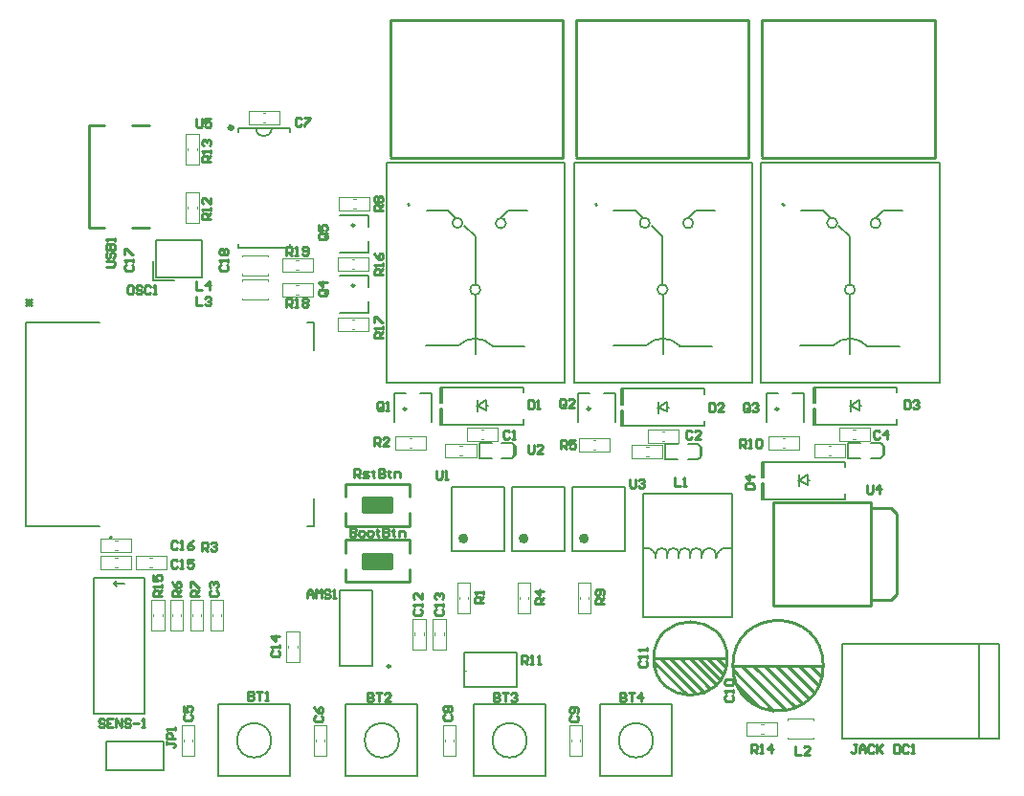
<source format=gto>
G04*
G04 #@! TF.GenerationSoftware,Altium Limited,Altium Designer,21.3.2 (30)*
G04*
G04 Layer_Color=65535*
%FSTAX24Y24*%
%MOIN*%
G70*
G04*
G04 #@! TF.SameCoordinates,4D29D3D3-CB23-4B61-9135-448C7089281F*
G04*
G04*
G04 #@! TF.FilePolarity,Positive*
G04*
G01*
G75*
%ADD10C,0.0098*%
%ADD11C,0.0079*%
%ADD12C,0.0070*%
%ADD13C,0.0100*%
%ADD14C,0.0060*%
%ADD15C,0.0050*%
%ADD16C,0.0150*%
%ADD17C,0.0040*%
%ADD18C,0.0080*%
%ADD19R,0.1000X0.0500*%
G36*
X035705Y033949D02*
Y03371D01*
X03547D01*
Y033949D01*
X035705D01*
D02*
G37*
G36*
X037805D02*
Y03371D01*
X03757D01*
Y033949D01*
X037805D01*
D02*
G37*
G36*
X039905D02*
Y03371D01*
X03967D01*
Y033949D01*
X039905D01*
D02*
G37*
D10*
X046562Y038342D02*
G03*
X046562Y038342I-000049J0D01*
G01*
X04Y03835D02*
G03*
X04Y03835I-000049J0D01*
G01*
X0336Y038342D02*
G03*
X0336Y038342I-000049J0D01*
G01*
X033041Y029381D02*
G03*
X033041Y029381I-000049J0D01*
G01*
X031799Y042649D02*
G03*
X031799Y042649I-000049J0D01*
G01*
Y044749D02*
G03*
X031799Y044749I-000049J0D01*
G01*
D11*
X03993Y033831D02*
G03*
X03993Y033831I-000142J0D01*
G01*
X03783D02*
G03*
X03783Y033831I-000142J0D01*
G01*
X03573D02*
G03*
X03573Y033831I-000142J0D01*
G01*
X02335Y033863D02*
G03*
X02335Y033863I-000039J0D01*
G01*
X049368Y03845D02*
X049447D01*
X049053D02*
X049093D01*
X049368Y038293D02*
Y038647D01*
X049093Y03845D02*
X049368Y038647D01*
X049093Y03845D02*
X049368Y038293D01*
X049093Y038253D02*
Y038647D01*
X047774Y03855D02*
Y0391D01*
X0507D01*
X047774Y03855D02*
X04785D01*
Y0391D01*
Y0378D02*
Y03835D01*
X047774D02*
X04785D01*
X0507Y038913D02*
Y0391D01*
X047774Y0378D02*
Y03835D01*
X0507Y0378D02*
Y037987D01*
X047774Y0378D02*
X0507D01*
X042668Y0384D02*
X042747D01*
X042353D02*
X042393D01*
X042668Y038243D02*
Y038597D01*
X042393Y0384D02*
X042668Y038597D01*
X042393Y0384D02*
X042668Y038243D01*
X042393Y038203D02*
Y038597D01*
X041074Y0385D02*
Y03905D01*
X044D01*
X041074Y0385D02*
X04115D01*
Y03905D01*
Y03775D02*
Y0383D01*
X041074D02*
X04115D01*
X044Y038863D02*
Y03905D01*
X041074Y03775D02*
Y0383D01*
X044Y03775D02*
Y037937D01*
X041074Y03775D02*
X044D01*
X039394Y033378D02*
Y035622D01*
X041206D01*
Y033378D02*
Y035622D01*
X039394Y033378D02*
X041206D01*
X037294D02*
Y035622D01*
X039106D01*
Y033378D02*
Y035622D01*
X037294Y033378D02*
X039106D01*
X035194D02*
Y035622D01*
X037006D01*
Y033378D02*
Y035622D01*
X035194Y033378D02*
X037006D01*
X036368Y03845D02*
X036447D01*
X036053D02*
X036093D01*
X036368Y038293D02*
Y038647D01*
X036093Y03845D02*
X036368Y038647D01*
X036093Y03845D02*
X036368Y038293D01*
X036093Y038253D02*
Y038647D01*
X034774Y03855D02*
Y0391D01*
X0377D01*
X034774Y03855D02*
X03485D01*
Y0391D01*
Y0378D02*
Y03835D01*
X034774D02*
X03485D01*
X0377Y038913D02*
Y0391D01*
X034774Y0378D02*
Y03835D01*
X0377Y0378D02*
Y037987D01*
X034774Y0378D02*
X0377D01*
X047568Y03585D02*
X047647D01*
X047253D02*
X047293D01*
X047568Y035693D02*
Y036047D01*
X047293Y03585D02*
X047568Y036047D01*
X047293Y03585D02*
X047568Y035693D01*
X047293Y035653D02*
Y036047D01*
X045974Y03595D02*
Y0365D01*
X0489D01*
X045974Y03595D02*
X04605D01*
Y0365D01*
Y0352D02*
Y03575D01*
X045974D02*
X04605D01*
X0489Y036313D02*
Y0365D01*
X045974Y0352D02*
Y03575D01*
X0489Y0352D02*
Y035387D01*
X045974Y0352D02*
X0489D01*
X02515Y02575D02*
Y02675D01*
X02315Y02575D02*
X02515D01*
X02315D02*
Y02675D01*
X02515D01*
X031299Y032019D02*
X032401D01*
X031299Y029381D02*
X032401D01*
X031299D02*
Y032019D01*
X032401Y029381D02*
Y032019D01*
D12*
X04475Y0335D02*
G03*
X0444Y03315I0J-00035D01*
G01*
Y03325D02*
G03*
X04415Y0335I-00025J0D01*
G01*
D02*
G03*
X0439Y03325I0J-00025D01*
G01*
Y0333D02*
G03*
X0437Y0335I-0002J0D01*
G01*
D02*
G03*
X0435Y0333I0J-0002D01*
G01*
D02*
G03*
X0433Y0335I-0002J0D01*
G01*
D02*
G03*
X0431Y0333I0J-0002D01*
G01*
D02*
G03*
X0429Y0335I-0002J0D01*
G01*
D02*
G03*
X0427Y0333I0J-0002D01*
G01*
D02*
G03*
X0425Y0335I-0002J0D01*
G01*
D02*
G03*
X0423Y0333I0J-0002D01*
G01*
Y03315D02*
G03*
X04195Y0335I-00035J0D01*
G01*
X042087Y044827D02*
G03*
X042087Y044827I-000178J0D01*
G01*
X043597Y044817D02*
G03*
X043597Y044817I-000178J0D01*
G01*
X042704Y042504D02*
G03*
X042704Y042504I-000178J0D01*
G01*
X043116Y040552D02*
G03*
X041956Y040562I-000585J-000575D01*
G01*
X036591Y040552D02*
G03*
X035431Y040562I-000585J-000575D01*
G01*
X036179Y042504D02*
G03*
X036179Y042504I-000178J0D01*
G01*
X037072Y044817D02*
G03*
X037072Y044817I-000178J0D01*
G01*
X035562Y044827D02*
G03*
X035562Y044827I-000178J0D01*
G01*
X049641Y040552D02*
G03*
X048481Y040562I-000585J-000575D01*
G01*
X049229Y042504D02*
G03*
X049229Y042504I-000178J0D01*
G01*
X050122Y044817D02*
G03*
X050122Y044817I-000178J0D01*
G01*
X048612Y044827D02*
G03*
X048612Y044827I-000178J0D01*
G01*
X04495Y0311D02*
Y0354D01*
X04185D02*
X04495D01*
X04185Y0311D02*
Y0354D01*
Y0311D02*
X04495D01*
X04475Y0335D02*
X04495D01*
X0444Y03315D02*
Y03325D01*
X0439Y03315D02*
Y03325D01*
Y03315D02*
Y0333D01*
X0435Y03315D02*
Y0333D01*
Y03315D02*
Y0333D01*
X0431Y03315D02*
Y0333D01*
Y03315D02*
Y0333D01*
X0427Y03315D02*
Y0333D01*
Y03315D02*
Y0333D01*
X0423Y03315D02*
Y0333D01*
X04185Y0335D02*
X04195D01*
X05355Y02685D02*
Y03015D01*
X0488D02*
X05425D01*
X0488Y02685D02*
X05425D01*
X0488D02*
Y03015D01*
X05425Y02685D02*
Y03015D01*
X042137Y044735D02*
X042527Y044345D01*
X043419Y044995D02*
X043689Y045265D01*
X044349D01*
X041589D02*
X041849Y045005D01*
X040829Y045265D02*
X041589D01*
X042536Y040259D02*
Y042302D01*
X042526Y042702D02*
Y044345D01*
X043126Y040542D02*
X044256D01*
X040806Y040552D02*
X041946D01*
X039437Y039275D02*
Y046909D01*
X045643Y039275D02*
Y046909D01*
X039437Y039275D02*
X045643D01*
X039437Y046909D02*
X045643D01*
X032912D02*
X039118D01*
X032912Y039275D02*
X039118D01*
Y046909D01*
X032912Y039275D02*
Y046909D01*
X034281Y040552D02*
X035421D01*
X036601Y040542D02*
X037731D01*
X036001Y042702D02*
Y044345D01*
X036011Y040259D02*
Y042302D01*
X034304Y045265D02*
X035064D01*
X035324Y045005D01*
X037164Y045265D02*
X037824D01*
X036894Y044995D02*
X037164Y045265D01*
X035612Y044735D02*
X036002Y044345D01*
X045962Y046909D02*
X052168D01*
X045962Y039275D02*
X052168D01*
Y046909D01*
X045962Y039275D02*
Y046909D01*
X047331Y040552D02*
X048471D01*
X049651Y040542D02*
X050781D01*
X049051Y042702D02*
Y044345D01*
X049061Y040259D02*
Y042302D01*
X047354Y045265D02*
X048114D01*
X048374Y045005D01*
X050214Y045265D02*
X050874D01*
X049944Y044995D02*
X050214Y045265D01*
X048662Y044735D02*
X049052Y044345D01*
D13*
X048125Y0294D02*
G03*
X048125Y0294I-001575J0D01*
G01*
X04478Y02965D02*
G03*
X04478Y02965I-00128J0D01*
G01*
X022539Y048234D02*
X023082D01*
X022539Y044668D02*
Y048234D01*
X024044D02*
X024656D01*
X022539Y044668D02*
X023079D01*
X024047D02*
X024654D01*
X0498Y0349D02*
X0505D01*
X0507Y0347D01*
Y0319D02*
Y0347D01*
X0505Y0317D02*
X0507Y0319D01*
X0498Y0317D02*
X0505D01*
X0464Y0315D02*
Y0351D01*
Y0315D02*
X0498D01*
Y0351D01*
X0464D02*
X0498D01*
X044975Y0294D02*
X048125D01*
X04759D02*
X04767D01*
X04805Y02902D01*
X04706Y0294D02*
X04729D01*
X04795Y02874D01*
X04677Y0294D02*
X04689D01*
X0478Y02849D01*
X04632Y0294D02*
X0465D01*
X04763Y02827D01*
X04601Y0294D02*
X04609D01*
X0474Y02809D01*
X04569Y0294D02*
X04714Y02795D01*
X04529Y0294D02*
X04682Y02787D01*
X04498Y02925D02*
Y02938D01*
Y02925D02*
X0464Y02783D01*
X04515Y0287D02*
Y02872D01*
Y0287D02*
X04586Y02799D01*
X04224Y02965D02*
X04475D01*
X04434D02*
X04444D01*
X04433D02*
X04442D01*
X04472Y02935D01*
X04408Y02965D02*
X0441D01*
X04463Y02912D01*
X04372Y02965D02*
X04378D01*
X04452Y02891D01*
X04344Y02965D02*
X04347D01*
X04437Y02875D01*
X04312Y02965D02*
X04314D01*
X04419Y0286D01*
X04275Y02965D02*
X04279D01*
X04397Y02847D01*
X04246Y02965D02*
X0437Y02841D01*
X04222Y02954D02*
Y02968D01*
Y02954D02*
X04337Y02839D01*
X03371Y03232D02*
Y03277D01*
Y03333D02*
Y03378D01*
X0321Y0328D02*
Y0333D01*
Y0328D02*
X0331D01*
Y0333D01*
X0321D02*
X0331D01*
X03149Y03378D02*
X03371D01*
X03149Y03232D02*
X03371D01*
X03149D02*
Y03277D01*
Y03333D02*
Y03378D01*
Y03528D02*
Y03573D01*
Y03427D02*
Y03472D01*
Y03427D02*
X03371D01*
X03149Y03573D02*
X03371D01*
X0321Y03525D02*
X0331D01*
Y03475D02*
Y03525D01*
X0321Y03475D02*
X0331D01*
X0321D02*
Y03525D01*
X03371Y03528D02*
Y03573D01*
Y03427D02*
Y03472D01*
X040169Y045489D02*
X040212Y045445D01*
X033644Y045489D02*
X033687Y045445D01*
X033045Y0519D02*
X03905D01*
X033045Y0471D02*
X03905D01*
X033045Y04715D02*
Y0519D01*
X03905Y0471D02*
Y0519D01*
X039523D02*
X045528D01*
X039523Y0471D02*
X045528D01*
X039523Y04715D02*
Y0519D01*
X045528Y0471D02*
Y0519D01*
X046694Y045489D02*
X046737Y045445D01*
X046Y0519D02*
X052005D01*
X046Y0471D02*
X052005D01*
X046Y04715D02*
Y0519D01*
X052005Y0471D02*
Y0519D01*
X0325Y03705D02*
Y03735D01*
X03265D01*
X0327Y0373D01*
Y0372D01*
X03265Y03715D01*
X0325D01*
X0326D02*
X0327Y03705D01*
X033D02*
X0328D01*
X033Y03725D01*
Y0373D01*
X03295Y03735D01*
X03285D01*
X0328Y0373D01*
X02315Y0433D02*
X0234D01*
X02345Y04335D01*
Y04345D01*
X0234Y0435D01*
X02315D01*
X0232Y0438D02*
X02315Y04375D01*
Y04365D01*
X0232Y0436D01*
X02325D01*
X0233Y04365D01*
Y04375D01*
X02335Y0438D01*
X0234D01*
X02345Y04375D01*
Y04365D01*
X0234Y0436D01*
X02315Y0439D02*
X02345D01*
Y04405D01*
X0234Y0441D01*
X02335D01*
X0233Y04405D01*
Y0439D01*
Y04405D01*
X02325Y0441D01*
X0232D01*
X02315Y04405D01*
Y0439D01*
X02345Y0442D02*
Y0443D01*
Y04425D01*
X02315D01*
X0232Y0442D01*
X02405Y04265D02*
X02395D01*
X0239Y0426D01*
Y0424D01*
X02395Y04235D01*
X02405D01*
X0241Y0424D01*
Y0426D01*
X02405Y04265D01*
X0244Y0426D02*
X02435Y04265D01*
X02425D01*
X0242Y0426D01*
Y04255D01*
X02425Y0425D01*
X02435D01*
X0244Y04245D01*
Y0424D01*
X02435Y04235D01*
X02425D01*
X0242Y0424D01*
X0247Y0426D02*
X02465Y04265D01*
X02455D01*
X0245Y0426D01*
Y0424D01*
X02455Y04235D01*
X02465D01*
X0247Y0424D01*
X0248Y04235D02*
X0249D01*
X02485D01*
Y04265D01*
X0248Y0426D01*
X0263Y04845D02*
Y0482D01*
X02635Y04815D01*
X02645D01*
X0265Y0482D01*
Y04845D01*
X0268D02*
X0266D01*
Y0483D01*
X0267Y04835D01*
X02675D01*
X0268Y0483D01*
Y0482D01*
X02675Y04815D01*
X02665D01*
X0266Y0482D01*
X029425Y0437D02*
Y044D01*
X029575D01*
X029625Y04395D01*
Y04385D01*
X029575Y0438D01*
X029425D01*
X029525D02*
X029625Y0437D01*
X029725D02*
X029825D01*
X029775D01*
Y044D01*
X029725Y04395D01*
X029975Y04375D02*
X030025Y0437D01*
X030125D01*
X030175Y04375D01*
Y04395D01*
X030125Y044D01*
X030025D01*
X029975Y04395D01*
Y0439D01*
X030025Y04385D01*
X030175D01*
X029425Y0419D02*
Y0422D01*
X029575D01*
X029625Y04215D01*
Y04205D01*
X029575Y042D01*
X029425D01*
X029525D02*
X029625Y0419D01*
X029725D02*
X029825D01*
X029775D01*
Y0422D01*
X029725Y04215D01*
X029975D02*
X030025Y0422D01*
X030125D01*
X030175Y04215D01*
Y0421D01*
X030125Y04205D01*
X030175Y042D01*
Y04195D01*
X030125Y0419D01*
X030025D01*
X029975Y04195D01*
Y042D01*
X030025Y04205D01*
X029975Y0421D01*
Y04215D01*
X030025Y04205D02*
X030125D01*
X0328Y040825D02*
X0325D01*
Y040975D01*
X03255Y041025D01*
X03265D01*
X0327Y040975D01*
Y040825D01*
Y040925D02*
X0328Y041025D01*
Y041125D02*
Y041225D01*
Y041175D01*
X0325D01*
X03255Y041125D01*
X0325Y041375D02*
Y041575D01*
X03255D01*
X03275Y041375D01*
X0328D01*
Y043025D02*
X0325D01*
Y043175D01*
X03255Y043225D01*
X03265D01*
X0327Y043175D01*
Y043025D01*
Y043125D02*
X0328Y043225D01*
Y043325D02*
Y043425D01*
Y043375D01*
X0325D01*
X03255Y043325D01*
X0325Y043775D02*
X03255Y043675D01*
X03265Y043575D01*
X03275D01*
X0328Y043625D01*
Y043725D01*
X03275Y043775D01*
X0327D01*
X03265Y043725D01*
Y043575D01*
X0308Y04445D02*
X0306D01*
X03055Y0444D01*
Y0443D01*
X0306Y04425D01*
X0308D01*
X03085Y0443D01*
Y0444D01*
X03075Y04435D02*
X03085Y04445D01*
Y0444D02*
X0308Y04445D01*
X03055Y04475D02*
Y04455D01*
X0307D01*
X03065Y04465D01*
Y0447D01*
X0307Y04475D01*
X0308D01*
X03085Y0447D01*
Y0446D01*
X0308Y04455D01*
Y0425D02*
X0306D01*
X03055Y04245D01*
Y04235D01*
X0306Y0423D01*
X0308D01*
X03085Y04235D01*
Y04245D01*
X03075Y0424D02*
X03085Y0425D01*
Y04245D02*
X0308Y0425D01*
X03085Y04275D02*
X03055D01*
X0307Y0426D01*
Y0428D01*
X0263Y0428D02*
Y0425D01*
X0265D01*
X02675D02*
Y0428D01*
X0266Y04265D01*
X0268D01*
X0263Y04225D02*
Y04195D01*
X0265D01*
X0266Y0422D02*
X02665Y04225D01*
X02675D01*
X0268Y0422D01*
Y04215D01*
X02675Y0421D01*
X0267D01*
X02675D01*
X0268Y04205D01*
Y042D01*
X02675Y04195D01*
X02665D01*
X0266Y042D01*
X02715Y043375D02*
X0271Y043325D01*
Y043225D01*
X02715Y043175D01*
X02735D01*
X0274Y043225D01*
Y043325D01*
X02735Y043375D01*
X0274Y043475D02*
Y043575D01*
Y043525D01*
X0271D01*
X02715Y043475D01*
Y043725D02*
X0271Y043775D01*
Y043875D01*
X02715Y043925D01*
X0272D01*
X02725Y043875D01*
X0273Y043925D01*
X02735D01*
X0274Y043875D01*
Y043775D01*
X02735Y043725D01*
X0273D01*
X02725Y043775D01*
X0272Y043725D01*
X02715D01*
X02725Y043775D02*
Y043875D01*
X02385Y043375D02*
X0238Y043325D01*
Y043225D01*
X02385Y043175D01*
X02405D01*
X0241Y043225D01*
Y043325D01*
X02405Y043375D01*
X0241Y043475D02*
Y043575D01*
Y043525D01*
X0238D01*
X02385Y043475D01*
X0238Y043725D02*
Y043925D01*
X02385D01*
X02405Y043725D01*
X0241D01*
X0251Y031825D02*
X0248D01*
Y031975D01*
X02485Y032025D01*
X02495D01*
X025Y031975D01*
Y031825D01*
Y031925D02*
X0251Y032025D01*
Y032125D02*
Y032225D01*
Y032175D01*
X0248D01*
X02485Y032125D01*
X0248Y032575D02*
Y032375D01*
X02495D01*
X0249Y032475D01*
Y032525D01*
X02495Y032575D01*
X02505D01*
X0251Y032525D01*
Y032425D01*
X02505Y032375D01*
X04965Y0357D02*
Y03545D01*
X0497Y0354D01*
X0498D01*
X04985Y03545D01*
Y0357D01*
X0501Y0354D02*
Y0357D01*
X04995Y03555D01*
X05015D01*
X0414Y0359D02*
Y03565D01*
X04145Y0356D01*
X04155D01*
X0416Y03565D01*
Y0359D01*
X0417Y03585D02*
X04175Y0359D01*
X04185D01*
X0419Y03585D01*
Y0358D01*
X04185Y03575D01*
X0418D01*
X04185D01*
X0419Y0357D01*
Y03565D01*
X04185Y0356D01*
X04175D01*
X0417Y03565D01*
X03785Y0371D02*
Y03685D01*
X0379Y0368D01*
X038D01*
X03805Y03685D01*
Y0371D01*
X03835Y0368D02*
X03815D01*
X03835Y037D01*
Y03705D01*
X0383Y0371D01*
X0382D01*
X03815Y03705D01*
X03465Y0362D02*
Y03595D01*
X0347Y0359D01*
X0348D01*
X03485Y03595D01*
Y0362D01*
X03495Y0359D02*
X03505D01*
X035D01*
Y0362D01*
X03495Y03615D01*
X0231Y0275D02*
X02305Y02755D01*
X02295D01*
X0229Y0275D01*
Y02745D01*
X02295Y0274D01*
X02305D01*
X0231Y02735D01*
Y0273D01*
X02305Y02725D01*
X02295D01*
X0229Y0273D01*
X0234Y02755D02*
X0232D01*
Y02725D01*
X0234D01*
X0232Y0274D02*
X0233D01*
X0235Y02725D02*
Y02755D01*
X0237Y02725D01*
Y02755D01*
X024Y0275D02*
X02395Y02755D01*
X02385D01*
X0238Y0275D01*
Y02745D01*
X02385Y0274D01*
X02395D01*
X024Y02735D01*
Y0273D01*
X02395Y02725D01*
X02385D01*
X0238Y0273D01*
X0241Y0274D02*
X0243D01*
X0244Y02725D02*
X0245D01*
X02445D01*
Y02755D01*
X0244Y0275D01*
X0318Y03595D02*
Y03625D01*
X03195D01*
X032Y0362D01*
Y0361D01*
X03195Y03605D01*
X0318D01*
X0319D02*
X032Y03595D01*
X0321D02*
X03225D01*
X0323Y036D01*
X03225Y03605D01*
X03215D01*
X0321Y0361D01*
X03215Y03615D01*
X0323D01*
X03245Y0362D02*
Y03615D01*
X0324D01*
X0325D01*
X03245D01*
Y036D01*
X0325Y03595D01*
X03265Y03625D02*
Y03595D01*
X0328D01*
X03285Y036D01*
Y03605D01*
X0328Y0361D01*
X03265D01*
X0328D01*
X03285Y03615D01*
Y0362D01*
X0328Y03625D01*
X03265D01*
X033Y0362D02*
Y03615D01*
X03295D01*
X03305D01*
X033D01*
Y036D01*
X03305Y03595D01*
X0332D02*
Y03615D01*
X03335D01*
X0334Y0361D01*
Y03595D01*
X045625Y02635D02*
Y02665D01*
X045775D01*
X045825Y0266D01*
Y0265D01*
X045775Y02645D01*
X045625D01*
X045725D02*
X045825Y02635D01*
X045925D02*
X046025D01*
X045975D01*
Y02665D01*
X045925Y0266D01*
X046325Y02635D02*
Y02665D01*
X046175Y0265D01*
X046375D01*
X0268Y046975D02*
X0265D01*
Y047125D01*
X02655Y047175D01*
X02665D01*
X0267Y047125D01*
Y046975D01*
Y047075D02*
X0268Y047175D01*
Y047275D02*
Y047375D01*
Y047325D01*
X0265D01*
X02655Y047275D01*
Y047525D02*
X0265Y047575D01*
Y047675D01*
X02655Y047725D01*
X0266D01*
X02665Y047675D01*
Y047625D01*
Y047675D01*
X0267Y047725D01*
X02675D01*
X0268Y047675D01*
Y047575D01*
X02675Y047525D01*
X026775Y04495D02*
X026475D01*
Y0451D01*
X026525Y04515D01*
X026625D01*
X026675Y0451D01*
Y04495D01*
Y04505D02*
X026775Y04515D01*
Y04525D02*
Y04535D01*
Y0453D01*
X026475D01*
X026525Y04525D01*
X026775Y0457D02*
Y0455D01*
X026575Y0457D01*
X026525D01*
X026475Y04565D01*
Y04555D01*
X026525Y0455D01*
X037625Y02945D02*
Y02975D01*
X037775D01*
X037825Y0297D01*
Y0296D01*
X037775Y02955D01*
X037625D01*
X037725D02*
X037825Y02945D01*
X037925D02*
X038025D01*
X037975D01*
Y02975D01*
X037925Y0297D01*
X038175Y02945D02*
X038275D01*
X038225D01*
Y02975D01*
X038175Y0297D01*
X045225Y037D02*
Y0373D01*
X045375D01*
X045425Y03725D01*
Y03715D01*
X045375Y0371D01*
X045225D01*
X045325D02*
X045425Y037D01*
X045525D02*
X045625D01*
X045575D01*
Y0373D01*
X045525Y03725D01*
X045775D02*
X045825Y0373D01*
X045925D01*
X045975Y03725D01*
Y03705D01*
X045925Y037D01*
X045825D01*
X045775Y03705D01*
Y03725D01*
X0405Y03155D02*
X0402D01*
Y0317D01*
X04025Y03175D01*
X04035D01*
X0404Y0317D01*
Y03155D01*
Y03165D02*
X0405Y03175D01*
X04045Y03185D02*
X0405Y0319D01*
Y032D01*
X04045Y03205D01*
X04025D01*
X0402Y032D01*
Y0319D01*
X04025Y03185D01*
X0403D01*
X04035Y0319D01*
Y03205D01*
X03277Y045252D02*
X03247D01*
Y045402D01*
X03252Y045452D01*
X03262D01*
X03267Y045402D01*
Y045252D01*
Y045352D02*
X03277Y045452D01*
X03252Y045552D02*
X03247Y045602D01*
Y045702D01*
X03252Y045752D01*
X03257D01*
X03262Y045702D01*
X03267Y045752D01*
X03272D01*
X03277Y045702D01*
Y045602D01*
X03272Y045552D01*
X03267D01*
X03262Y045602D01*
X03257Y045552D01*
X03252D01*
X03262Y045602D02*
Y045702D01*
X0264Y031825D02*
X0261D01*
Y031975D01*
X02615Y032025D01*
X02625D01*
X0263Y031975D01*
Y031825D01*
Y031925D02*
X0264Y032025D01*
X0261Y032125D02*
Y032325D01*
X02615D01*
X02635Y032125D01*
X0264D01*
X02575Y031825D02*
X02545D01*
Y031975D01*
X0255Y032025D01*
X0256D01*
X02565Y031975D01*
Y031825D01*
Y031925D02*
X02575Y032025D01*
X02545Y032325D02*
X0255Y032225D01*
X0256Y032125D01*
X0257D01*
X02575Y032175D01*
Y032275D01*
X0257Y032325D01*
X02565D01*
X0256Y032275D01*
Y032125D01*
X039Y03695D02*
Y03725D01*
X03915D01*
X0392Y0372D01*
Y0371D01*
X03915Y03705D01*
X039D01*
X0391D02*
X0392Y03695D01*
X0395Y03725D02*
X0393D01*
Y0371D01*
X0394Y03715D01*
X03945D01*
X0395Y0371D01*
Y037D01*
X03945Y03695D01*
X03935D01*
X0393Y037D01*
X0384Y03155D02*
X0381D01*
Y0317D01*
X03815Y03175D01*
X03825D01*
X0383Y0317D01*
Y03155D01*
Y03165D02*
X0384Y03175D01*
Y032D02*
X0381D01*
X03825Y03185D01*
Y03205D01*
X0265Y0334D02*
Y0337D01*
X02665D01*
X0267Y03365D01*
Y03355D01*
X02665Y0335D01*
X0265D01*
X0266D02*
X0267Y0334D01*
X0268Y03365D02*
X02685Y0337D01*
X02695D01*
X027Y03365D01*
Y0336D01*
X02695Y03355D01*
X0269D01*
X02695D01*
X027Y0335D01*
Y03345D01*
X02695Y0334D01*
X02685D01*
X0268Y03345D01*
X0363Y0316D02*
X036D01*
Y03175D01*
X03605Y0318D01*
X03615D01*
X0362Y03175D01*
Y0316D01*
Y0317D02*
X0363Y0318D01*
Y0319D02*
Y032D01*
Y03195D01*
X036D01*
X03605Y0319D01*
X04555Y0383D02*
Y0385D01*
X0455Y03855D01*
X0454D01*
X04535Y0385D01*
Y0383D01*
X0454Y03825D01*
X0455D01*
X04545Y03835D02*
X04555Y03825D01*
X0455D02*
X04555Y0383D01*
X04565Y0385D02*
X0457Y03855D01*
X0458D01*
X04585Y0385D01*
Y03845D01*
X0458Y0384D01*
X04575D01*
X0458D01*
X04585Y03835D01*
Y0383D01*
X0458Y03825D01*
X0457D01*
X04565Y0383D01*
X03915Y03845D02*
Y03865D01*
X0391Y0387D01*
X039D01*
X03895Y03865D01*
Y03845D01*
X039Y0384D01*
X0391D01*
X03905Y0385D02*
X03915Y0384D01*
X0391D02*
X03915Y03845D01*
X03945Y0384D02*
X03925D01*
X03945Y0386D01*
Y03865D01*
X0394Y0387D01*
X0393D01*
X03925Y03865D01*
X0328Y03835D02*
Y03855D01*
X03275Y0386D01*
X03265D01*
X0326Y03855D01*
Y03835D01*
X03265Y0383D01*
X03275D01*
X0327Y0384D02*
X0328Y0383D01*
X03275D02*
X0328Y03835D01*
X0329Y0383D02*
X033D01*
X03295D01*
Y0386D01*
X0329Y03855D01*
X04715Y0266D02*
Y0263D01*
X04735D01*
X04765D02*
X04745D01*
X04765Y0265D01*
Y02655D01*
X0476Y0266D01*
X0475D01*
X04745Y02655D01*
X04295Y03595D02*
Y03565D01*
X04315D01*
X04325D02*
X04335D01*
X0433D01*
Y03595D01*
X04325Y0359D01*
X02525Y02675D02*
Y02665D01*
Y0267D01*
X0255D01*
X02555Y02665D01*
Y0266D01*
X0255Y02655D01*
X02555Y02685D02*
X02525D01*
Y027D01*
X0253Y02705D01*
X0254D01*
X02545Y027D01*
Y02685D01*
X02555Y02715D02*
Y02725D01*
Y0272D01*
X02525D01*
X0253Y02715D01*
X0493Y02665D02*
X0492D01*
X04925D01*
Y0264D01*
X0492Y02635D01*
X04915D01*
X0491Y0264D01*
X0494Y02635D02*
Y02655D01*
X0495Y02665D01*
X0496Y02655D01*
Y02635D01*
Y0265D01*
X0494D01*
X0499Y0266D02*
X04985Y02665D01*
X04975D01*
X0497Y0266D01*
Y0264D01*
X04975Y02635D01*
X04985D01*
X0499Y0264D01*
X05Y02665D02*
Y02635D01*
Y02645D01*
X0502Y02665D01*
X05005Y0265D01*
X0502Y02635D01*
X0506Y02665D02*
Y02635D01*
X05075D01*
X0508Y0264D01*
Y0266D01*
X05075Y02665D01*
X0506D01*
X0511Y0266D02*
X05105Y02665D01*
X05095D01*
X0509Y0266D01*
Y0264D01*
X05095Y02635D01*
X05105D01*
X0511Y0264D01*
X0512Y02635D02*
X0513D01*
X05125D01*
Y02665D01*
X0512Y0266D01*
X045413Y03555D02*
X045713D01*
Y0357D01*
X045663Y03575D01*
X045463D01*
X045413Y0357D01*
Y03555D01*
X045713Y036D02*
X045413D01*
X045563Y03585D01*
Y03605D01*
X05095Y03865D02*
Y03835D01*
X0511D01*
X05115Y0384D01*
Y0386D01*
X0511Y03865D01*
X05095D01*
X05125Y0386D02*
X0513Y03865D01*
X0514D01*
X05145Y0386D01*
Y03855D01*
X0514Y0385D01*
X05135D01*
X0514D01*
X05145Y03845D01*
Y0384D01*
X0514Y03835D01*
X0513D01*
X05125Y0384D01*
X04415Y03855D02*
Y03825D01*
X0443D01*
X04435Y0383D01*
Y0385D01*
X0443Y03855D01*
X04415D01*
X04465Y03825D02*
X04445D01*
X04465Y03845D01*
Y0385D01*
X0446Y03855D01*
X0445D01*
X04445Y0385D01*
X03785Y03865D02*
Y03835D01*
X038D01*
X03805Y0384D01*
Y0386D01*
X038Y03865D01*
X03785D01*
X03815Y03835D02*
X03825D01*
X0382D01*
Y03865D01*
X03815Y0386D01*
X025631Y033699D02*
X025581Y033749D01*
X025481D01*
X025431Y033699D01*
Y033499D01*
X025481Y033449D01*
X025581D01*
X025631Y033499D01*
X025731Y033449D02*
X025831D01*
X025781D01*
Y033749D01*
X025731Y033699D01*
X026181Y033749D02*
X026081Y033699D01*
X025981Y033599D01*
Y033499D01*
X026031Y033449D01*
X026131D01*
X026181Y033499D01*
Y033549D01*
X026131Y033599D01*
X025981D01*
X025625Y03305D02*
X025575Y0331D01*
X025475D01*
X025425Y03305D01*
Y03285D01*
X025475Y0328D01*
X025575D01*
X025625Y03285D01*
X025725Y0328D02*
X025825D01*
X025775D01*
Y0331D01*
X025725Y03305D01*
X026175Y0331D02*
X025975D01*
Y03295D01*
X026075Y033D01*
X026125D01*
X026175Y03295D01*
Y03285D01*
X026125Y0328D01*
X026025D01*
X025975Y03285D01*
X02895Y029925D02*
X0289Y029875D01*
Y029775D01*
X02895Y029725D01*
X02915D01*
X0292Y029775D01*
Y029875D01*
X02915Y029925D01*
X0292Y030025D02*
Y030125D01*
Y030075D01*
X0289D01*
X02895Y030025D01*
X0292Y030425D02*
X0289D01*
X02905Y030275D01*
Y030475D01*
X03465Y031375D02*
X0346Y031325D01*
Y031225D01*
X03465Y031175D01*
X03485D01*
X0349Y031225D01*
Y031325D01*
X03485Y031375D01*
X0349Y031475D02*
Y031575D01*
Y031525D01*
X0346D01*
X03465Y031475D01*
Y031725D02*
X0346Y031775D01*
Y031875D01*
X03465Y031925D01*
X0347D01*
X03475Y031875D01*
Y031825D01*
Y031875D01*
X0348Y031925D01*
X03485D01*
X0349Y031875D01*
Y031775D01*
X03485Y031725D01*
X0339Y031375D02*
X03385Y031325D01*
Y031225D01*
X0339Y031175D01*
X0341D01*
X03415Y031225D01*
Y031325D01*
X0341Y031375D01*
X03415Y031475D02*
Y031575D01*
Y031525D01*
X03385D01*
X0339Y031475D01*
X03415Y031925D02*
Y031725D01*
X03395Y031925D01*
X0339D01*
X03385Y031875D01*
Y031775D01*
X0339Y031725D01*
X04175Y029575D02*
X0417Y029525D01*
Y029425D01*
X04175Y029375D01*
X04195D01*
X042Y029425D01*
Y029525D01*
X04195Y029575D01*
X042Y029675D02*
Y029775D01*
Y029725D01*
X0417D01*
X04175Y029675D01*
X042Y029925D02*
Y030025D01*
Y029975D01*
X0417D01*
X04175Y029925D01*
X04475Y028375D02*
X0447Y028325D01*
Y028225D01*
X04475Y028175D01*
X04495D01*
X045Y028225D01*
Y028325D01*
X04495Y028375D01*
X045Y028475D02*
Y028575D01*
Y028525D01*
X0447D01*
X04475Y028475D01*
Y028725D02*
X0447Y028775D01*
Y028875D01*
X04475Y028925D01*
X04495D01*
X045Y028875D01*
Y028775D01*
X04495Y028725D01*
X04475D01*
X03935Y02765D02*
X0393Y0276D01*
Y0275D01*
X03935Y02745D01*
X03955D01*
X0396Y0275D01*
Y0276D01*
X03955Y02765D01*
Y02775D02*
X0396Y0278D01*
Y0279D01*
X03955Y02795D01*
X03935D01*
X0393Y0279D01*
Y0278D01*
X03935Y02775D01*
X0394D01*
X03945Y0278D01*
Y02795D01*
X03495Y0277D02*
X0349Y02765D01*
Y02755D01*
X03495Y0275D01*
X03515D01*
X0352Y02755D01*
Y02765D01*
X03515Y0277D01*
X03495Y0278D02*
X0349Y02785D01*
Y02795D01*
X03495Y028D01*
X035D01*
X03505Y02795D01*
X0351Y028D01*
X03515D01*
X0352Y02795D01*
Y02785D01*
X03515Y0278D01*
X0351D01*
X03505Y02785D01*
X035Y0278D01*
X03495D01*
X03505Y02785D02*
Y02795D01*
X02995Y04845D02*
X0299Y0485D01*
X0298D01*
X02975Y04845D01*
Y04825D01*
X0298Y0482D01*
X0299D01*
X02995Y04825D01*
X03005Y0485D02*
X03025D01*
Y04845D01*
X03005Y04825D01*
Y0482D01*
X03045Y02765D02*
X0304Y0276D01*
Y0275D01*
X03045Y02745D01*
X03065D01*
X0307Y0275D01*
Y0276D01*
X03065Y02765D01*
X0304Y02795D02*
X03045Y02785D01*
X03055Y02775D01*
X03065D01*
X0307Y0278D01*
Y0279D01*
X03065Y02795D01*
X0306D01*
X03055Y0279D01*
Y02775D01*
X0259Y0277D02*
X02585Y02765D01*
Y02755D01*
X0259Y0275D01*
X0261D01*
X02615Y02755D01*
Y02765D01*
X0261Y0277D01*
X02585Y028D02*
Y0278D01*
X026D01*
X02595Y0279D01*
Y02795D01*
X026Y028D01*
X0261D01*
X02615Y02795D01*
Y02785D01*
X0261Y0278D01*
X0501Y03755D02*
X05005Y0376D01*
X04995D01*
X0499Y03755D01*
Y03735D01*
X04995Y0373D01*
X05005D01*
X0501Y03735D01*
X05035Y0373D02*
Y0376D01*
X0502Y03745D01*
X0504D01*
X0268Y032025D02*
X02675Y031975D01*
Y031875D01*
X0268Y031825D01*
X027D01*
X02705Y031875D01*
Y031975D01*
X027Y032025D01*
X0268Y032125D02*
X02675Y032175D01*
Y032275D01*
X0268Y032325D01*
X02685D01*
X0269Y032275D01*
Y032225D01*
Y032275D01*
X02695Y032325D01*
X027D01*
X02705Y032275D01*
Y032175D01*
X027Y032125D01*
X04355Y03755D02*
X0435Y0376D01*
X0434D01*
X04335Y03755D01*
Y03735D01*
X0434Y0373D01*
X0435D01*
X04355Y03735D01*
X04385Y0373D02*
X04365D01*
X04385Y0375D01*
Y03755D01*
X0438Y0376D01*
X0437D01*
X04365Y03755D01*
X0372D02*
X03715Y0376D01*
X03705D01*
X037Y03755D01*
Y03735D01*
X03705Y0373D01*
X03715D01*
X0372Y03735D01*
X0373Y0373D02*
X0374D01*
X03735D01*
Y0376D01*
X0373Y03755D01*
X04105Y02845D02*
Y02815D01*
X0412D01*
X04125Y0282D01*
Y02825D01*
X0412Y0283D01*
X04105D01*
X0412D01*
X04125Y02835D01*
Y0284D01*
X0412Y02845D01*
X04105D01*
X04135D02*
X04155D01*
X04145D01*
Y02815D01*
X0418D02*
Y02845D01*
X04165Y0283D01*
X04185D01*
X03665Y02845D02*
Y02815D01*
X0368D01*
X03685Y0282D01*
Y02825D01*
X0368Y0283D01*
X03665D01*
X0368D01*
X03685Y02835D01*
Y0284D01*
X0368Y02845D01*
X03665D01*
X03695D02*
X03715D01*
X03705D01*
Y02815D01*
X03725Y0284D02*
X0373Y02845D01*
X0374D01*
X03745Y0284D01*
Y02835D01*
X0374Y0283D01*
X03735D01*
X0374D01*
X03745Y02825D01*
Y0282D01*
X0374Y02815D01*
X0373D01*
X03725Y0282D01*
X03225Y02845D02*
Y02815D01*
X0324D01*
X03245Y0282D01*
Y02825D01*
X0324Y0283D01*
X03225D01*
X0324D01*
X03245Y02835D01*
Y0284D01*
X0324Y02845D01*
X03225D01*
X03255D02*
X03275D01*
X03265D01*
Y02815D01*
X03305D02*
X03285D01*
X03305Y02835D01*
Y0284D01*
X033Y02845D01*
X0329D01*
X03285Y0284D01*
X0281Y0285D02*
Y0282D01*
X02825D01*
X0283Y02825D01*
Y0283D01*
X02825Y02835D01*
X0281D01*
X02825D01*
X0283Y0284D01*
Y02845D01*
X02825Y0285D01*
X0281D01*
X0284D02*
X0286D01*
X0285D01*
Y0282D01*
X0287D02*
X0288D01*
X02875D01*
Y0285D01*
X0287Y02845D01*
X03165Y0342D02*
Y0339D01*
X0318D01*
X03185Y03395D01*
Y034D01*
X0318Y03405D01*
X03165D01*
X0318D01*
X03185Y0341D01*
Y03415D01*
X0318Y0342D01*
X03165D01*
X032Y0339D02*
X0321D01*
X03215Y03395D01*
Y03405D01*
X0321Y0341D01*
X032D01*
X03195Y03405D01*
Y03395D01*
X032Y0339D01*
X0323D02*
X0324D01*
X03245Y03395D01*
Y03405D01*
X0324Y0341D01*
X0323D01*
X03225Y03405D01*
Y03395D01*
X0323Y0339D01*
X0326Y03415D02*
Y0341D01*
X03255D01*
X03265D01*
X0326D01*
Y03395D01*
X03265Y0339D01*
X0328Y0342D02*
Y0339D01*
X03295D01*
X033Y03395D01*
Y034D01*
X03295Y03405D01*
X0328D01*
X03295D01*
X033Y0341D01*
Y03415D01*
X03295Y0342D01*
X0328D01*
X03315Y03415D02*
Y0341D01*
X0331D01*
X0332D01*
X03315D01*
Y03395D01*
X0332Y0339D01*
X03335D02*
Y0341D01*
X0335D01*
X03355Y03405D01*
Y0339D01*
X03015Y03175D02*
Y03195D01*
X03025Y03205D01*
X03035Y03195D01*
Y03175D01*
Y0319D01*
X03015D01*
X03045Y03175D02*
Y03205D01*
X03055Y03195D01*
X03065Y03205D01*
Y03175D01*
X03095Y032D02*
X0309Y03205D01*
X0308D01*
X03075Y032D01*
Y03195D01*
X0308Y0319D01*
X0309D01*
X03095Y03185D01*
Y0318D01*
X0309Y03175D01*
X0308D01*
X03075Y0318D01*
X03105Y03175D02*
X03115D01*
X0311D01*
Y03205D01*
X03105Y032D01*
X02035Y04215D02*
X02055Y04195D01*
X02035D02*
X02055Y04215D01*
X02035Y04205D02*
X02055D01*
X02045Y04195D02*
Y04215D01*
D14*
X0289Y0268D02*
G03*
X0289Y0268I-0006J0D01*
G01*
X0422D02*
G03*
X0422Y0268I-0006J0D01*
G01*
X0378D02*
G03*
X0378Y0268I-0006J0D01*
G01*
X03335D02*
G03*
X03335Y0268I-0006J0D01*
G01*
X02478Y04283D02*
X025511D01*
X02478D02*
Y043482D01*
X02487Y04292D02*
X026467D01*
Y044242D01*
X02487D02*
X026467D01*
X02487Y04292D02*
Y044242D01*
X02955Y02555D02*
Y02805D01*
X02705D02*
X02955D01*
X02705Y02555D02*
X02955D01*
X02705D02*
Y02805D01*
X04035Y02555D02*
Y02805D01*
Y02555D02*
X04285D01*
X04035Y02805D02*
X04285D01*
Y02555D02*
Y02805D01*
X03845Y02555D02*
Y02805D01*
X03595D02*
X03845D01*
X03595Y02555D02*
X03845D01*
X03595D02*
Y02805D01*
X034Y02555D02*
Y02805D01*
X0315D02*
X034D01*
X0315Y02555D02*
X034D01*
X0315D02*
Y02805D01*
D15*
X02837Y048115D02*
G03*
X028911Y048115I00027J0D01*
G01*
X037409Y036762D02*
Y037038D01*
X03614Y037166D02*
X036573D01*
X03614Y036634D02*
X036573D01*
X03614D02*
Y037166D01*
X036927D02*
X037281D01*
X036927Y036634D02*
X037281D01*
X03736Y036713D01*
X03735Y036703D02*
X037409Y036762D01*
X037341Y037107D02*
X037409Y037038D01*
X03736Y036713D02*
Y037087D01*
X037281Y037166D02*
X03736Y037087D01*
X043894Y036712D02*
Y036988D01*
X042624Y037116D02*
X043057D01*
X042624Y036584D02*
X043057D01*
X042624D02*
Y037116D01*
X043412D02*
X043766D01*
X043412Y036584D02*
X043766D01*
X043845Y036663D01*
X043835Y036653D02*
X043894Y036712D01*
X043825Y037057D02*
X043894Y036988D01*
X043845Y036663D02*
Y037037D01*
X043766Y037116D02*
X043845Y037037D01*
X050259Y036762D02*
Y037038D01*
X04899Y037166D02*
X049423D01*
X04899Y036634D02*
X049423D01*
X04899D02*
Y037166D01*
X049777D02*
X050132D01*
X049777Y036634D02*
X050132D01*
X05021Y036713D01*
X0502Y036703D02*
X050259Y036762D01*
X050191Y037107D02*
X050259Y037038D01*
X05021Y036713D02*
Y037087D01*
X050132Y037166D02*
X05021Y037087D01*
X023403Y032265D02*
X023502Y032167D01*
X023403Y032265D02*
X023502Y032364D01*
X023403Y032265D02*
X023502Y032364D01*
X023403Y032265D02*
X023797D01*
X022714Y027738D02*
Y032462D01*
Y027738D02*
X024486D01*
Y032462D01*
X022714D02*
X024486D01*
X035609Y028876D02*
Y028977D01*
Y02867D02*
Y028772D01*
X035679Y029225D02*
Y02923D01*
X035609Y028772D02*
Y028876D01*
Y028977D02*
Y02985D01*
X037449D01*
Y02867D02*
Y02985D01*
X035609Y02867D02*
X037449D01*
X02774Y048115D02*
X02954D01*
X02774Y043965D02*
X02954D01*
X02954Y048D02*
X02954Y048115D01*
Y043965D02*
X02954Y04408D01*
X02774Y048D02*
X02774Y048115D01*
Y043965D02*
X02774Y04408D01*
X030141Y034257D02*
X030397D01*
Y035221D01*
Y040379D02*
Y041343D01*
X030141D02*
X030397D01*
X020357Y034257D02*
X022917D01*
X020357D02*
Y041343D01*
X022917D01*
D16*
X02754Y04814D02*
G03*
X02754Y04814I-00005J0D01*
G01*
D17*
X03428Y03692D02*
Y03738D01*
X03321D02*
X03428D01*
X03321Y03692D02*
Y03738D01*
Y03692D02*
X03428D01*
X03371Y03699D02*
X03379D01*
X03371Y03731D02*
X03379D01*
X035465Y03706D02*
X035545D01*
X035465Y03674D02*
X035545D01*
X034965Y03667D02*
X036035D01*
X034965D02*
Y03713D01*
X036035D01*
Y03667D02*
Y03713D01*
X04196Y03701D02*
X04204D01*
X04196Y03669D02*
X04204D01*
X04146Y03662D02*
X04253D01*
X04146D02*
Y03708D01*
X04253D01*
Y03662D02*
Y03708D01*
X04831Y03706D02*
X04839D01*
X04831Y03674D02*
X04839D01*
X04781Y03667D02*
X04888D01*
X04781D02*
Y03713D01*
X04888D01*
Y03667D02*
Y03713D01*
X04916Y03729D02*
X04924D01*
X04916Y03761D02*
X04924D01*
X04867Y03768D02*
X04974D01*
Y03722D02*
Y03768D01*
X04867Y03722D02*
X04974D01*
X04867D02*
Y03768D01*
X04671Y03731D02*
X04679D01*
X04671Y03699D02*
X04679D01*
X04621Y03692D02*
X04728D01*
X04621D02*
Y03738D01*
X04728D01*
Y03692D02*
Y03738D01*
X04251Y03724D02*
X04259D01*
X04251Y03756D02*
X04259D01*
X04202Y03763D02*
X04309D01*
Y03717D02*
Y03763D01*
X04202Y03717D02*
X04309D01*
X04202D02*
Y03763D01*
X04011Y03726D02*
X04019D01*
X04011Y03694D02*
X04019D01*
X03961Y03687D02*
X04068D01*
X03961D02*
Y03733D01*
X04068D01*
Y03687D02*
Y03733D01*
X03621Y03729D02*
X03629D01*
X03621Y03761D02*
X03629D01*
X03572Y03768D02*
X03679D01*
Y03722D02*
Y03768D01*
X03572Y03722D02*
X03679D01*
X03572D02*
Y03768D01*
X0469Y02685D02*
Y0269D01*
Y02685D02*
X0478D01*
Y0269D01*
X0469Y0275D02*
Y02755D01*
X0478D01*
Y0275D02*
Y02755D01*
X04653Y02697D02*
Y02743D01*
X04546D02*
X04653D01*
X04546Y02697D02*
Y02743D01*
Y02697D02*
X04653D01*
X04596Y02704D02*
X04604D01*
X04596Y02736D02*
X04604D01*
X03996Y03171D02*
Y03179D01*
X03964Y03171D02*
Y03179D01*
X03957Y03122D02*
Y03229D01*
X04003D01*
Y03122D02*
Y03229D01*
X03957Y03122D02*
X04003D01*
X03786Y031715D02*
Y031795D01*
X03754Y031715D02*
Y031795D01*
X03747Y031225D02*
Y032295D01*
X03793D01*
Y031225D02*
Y032295D01*
X03747Y031225D02*
X03793D01*
X03576Y031715D02*
Y031795D01*
X03544Y031715D02*
Y031795D01*
X03537Y031225D02*
Y032295D01*
X03583D01*
Y031225D02*
Y032295D01*
X03537Y031225D02*
X03583D01*
X02684Y03111D02*
Y03119D01*
X02716Y03111D02*
Y03119D01*
X02723Y03061D02*
Y03168D01*
X02677Y03061D02*
X02723D01*
X02677D02*
Y03168D01*
X02723D01*
X02646Y031115D02*
Y031195D01*
X02614Y031115D02*
Y031195D01*
X02607Y030625D02*
Y031695D01*
X02653D01*
Y030625D02*
Y031695D01*
X02607Y030625D02*
X02653D01*
X02537Y03062D02*
X02583D01*
Y03169D01*
X02537D02*
X02583D01*
X02537Y03062D02*
Y03169D01*
X02544Y03111D02*
Y03119D01*
X02576Y03111D02*
Y03119D01*
X02472Y03062D02*
X02518D01*
Y03169D01*
X02472D02*
X02518D01*
X02472Y03062D02*
Y03169D01*
X02479Y03111D02*
Y03119D01*
X02511Y03111D02*
Y03119D01*
X02346Y03376D02*
X02354D01*
X02346Y03344D02*
X02354D01*
X02296Y03337D02*
X02403D01*
X02296D02*
Y03383D01*
X02403D01*
Y03337D02*
Y03383D01*
X02346Y03316D02*
X02354D01*
X02346Y03284D02*
X02354D01*
X02296Y03277D02*
X02403D01*
X02296D02*
Y03323D01*
X02403D01*
Y03277D02*
Y03323D01*
X02417Y03277D02*
Y03323D01*
Y03277D02*
X02524D01*
Y03323D01*
X02417D02*
X02524D01*
X02466Y03316D02*
X02474D01*
X02466Y03284D02*
X02474D01*
X02577Y02733D02*
X02623D01*
X02577Y02626D02*
Y02733D01*
Y02626D02*
X02623D01*
Y02733D01*
X02616Y02676D02*
Y02684D01*
X02584Y02676D02*
Y02684D01*
X03044Y02676D02*
Y02684D01*
X03076Y02676D02*
Y02684D01*
X03083Y02626D02*
Y02733D01*
X03037Y02626D02*
X03083D01*
X03037D02*
Y02733D01*
X03083D01*
X03494Y02676D02*
Y02684D01*
X03526Y02676D02*
Y02684D01*
X03533Y02626D02*
Y02733D01*
X03487Y02626D02*
X03533D01*
X03487D02*
Y02733D01*
X03533D01*
X03927D02*
X03973D01*
X03927Y02626D02*
Y02733D01*
Y02626D02*
X03973D01*
Y02733D01*
X03966Y02676D02*
Y02684D01*
X03934Y02676D02*
Y02684D01*
X03452Y031035D02*
X03498D01*
X03452Y029965D02*
Y031035D01*
Y029965D02*
X03498D01*
Y031035D01*
X03491Y030465D02*
Y030545D01*
X03459Y030465D02*
Y030545D01*
X03382Y031035D02*
X03428D01*
X03382Y029965D02*
Y031035D01*
Y029965D02*
X03428D01*
Y031035D01*
X03421Y030465D02*
Y030545D01*
X03389Y030465D02*
Y030545D01*
X02942Y03058D02*
X02988D01*
X02942Y02951D02*
Y03058D01*
Y02951D02*
X02988D01*
Y03058D01*
X02981Y03001D02*
Y03009D01*
X02949Y03001D02*
Y03009D01*
X03171Y04114D02*
X03179D01*
X03171Y04146D02*
X03179D01*
X03122Y04153D02*
X03229D01*
Y04107D02*
Y04153D01*
X03122Y04107D02*
X03229D01*
X03122D02*
Y04153D01*
X03171Y04324D02*
X03179D01*
X03171Y04356D02*
X03179D01*
X03122Y04363D02*
X03229D01*
Y04317D02*
Y04363D01*
X03122Y04317D02*
X03229D01*
X03122D02*
Y04363D01*
X03176Y04566D02*
X03184D01*
X03176Y04534D02*
X03184D01*
X03126Y04527D02*
X03233D01*
X03126D02*
Y04573D01*
X03233D01*
Y04527D02*
Y04573D01*
X02861Y04866D02*
X02869D01*
X02861Y04834D02*
X02869D01*
X02811Y04827D02*
X02918D01*
X02811D02*
Y04873D01*
X02918D01*
Y04827D02*
Y04873D01*
X02592Y04687D02*
X02638D01*
Y04794D01*
X02592D02*
X02638D01*
X02592Y04687D02*
Y04794D01*
X02599Y04736D02*
Y04744D01*
X02631Y04736D02*
Y04744D01*
X02592Y04588D02*
X02638D01*
X02592Y04481D02*
Y04588D01*
Y04481D02*
X02638D01*
Y04588D01*
X02631Y04531D02*
Y04539D01*
X02599Y04531D02*
Y04539D01*
X02976Y04319D02*
X02984D01*
X02976Y04351D02*
X02984D01*
X02927Y04358D02*
X03034D01*
Y04312D02*
Y04358D01*
X02927Y04312D02*
X03034D01*
X02927D02*
Y04358D01*
Y04227D02*
Y04273D01*
Y04227D02*
X03034D01*
Y04273D01*
X02927D02*
X03034D01*
X02976Y04266D02*
X02984D01*
X02976Y04234D02*
X02984D01*
X0288Y04365D02*
Y0437D01*
X0279D02*
X0288D01*
X0279Y04365D02*
Y0437D01*
X0288Y043D02*
Y04305D01*
X0279Y043D02*
X0288D01*
X0279D02*
Y04305D01*
X0288Y0428D02*
Y04285D01*
X0279D02*
X0288D01*
X0279Y0428D02*
Y04285D01*
X0288Y04215D02*
Y0422D01*
X0279Y04215D02*
X0288D01*
X0279D02*
Y0422D01*
D18*
X046162Y038892D02*
X046562D01*
X046162Y037892D02*
Y038892D01*
X047062D02*
X047462D01*
Y037892D02*
Y038892D01*
X0396Y0389D02*
X04D01*
X0396Y0379D02*
Y0389D01*
X0405D02*
X0409D01*
Y0379D02*
Y0389D01*
X0332Y038892D02*
X0336D01*
X0332Y037892D02*
Y038892D01*
X0341D02*
X0345D01*
Y037892D02*
Y038892D01*
X0313Y0417D02*
X0323D01*
Y0421D01*
X0313Y043D02*
X0323D01*
Y0426D02*
Y043D01*
X0313Y0438D02*
X0323D01*
Y0442D01*
X0313Y0451D02*
X0323D01*
Y0447D02*
Y0451D01*
D19*
X0326Y03305D02*
D03*
Y035D02*
D03*
M02*

</source>
